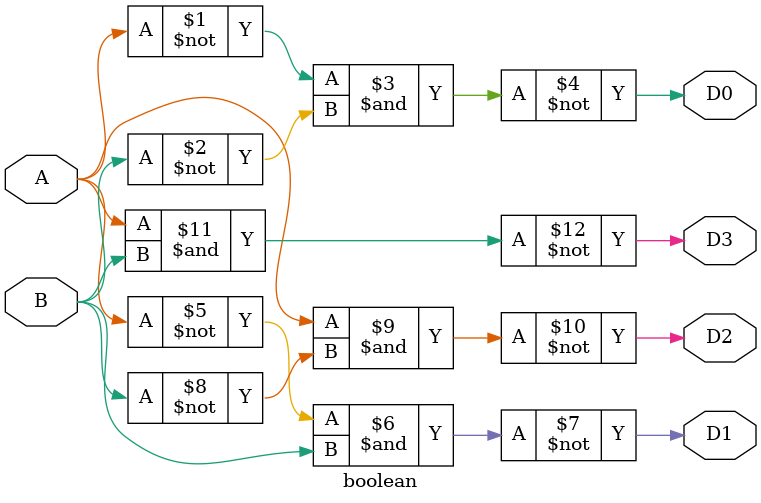
<source format=v>
`timescale 1ns / 1ps

module boolean(
    input A,
    input B,
    output D0,
    output D1,
    output D2,
    output D3 
 
    );

assign D0 = ~((~A) & (~B));
assign D1 = ~((~A) & (B));
assign D2 = ~((A) & (~B));
assign D3 = ~((A) & (B));

endmodule
</source>
